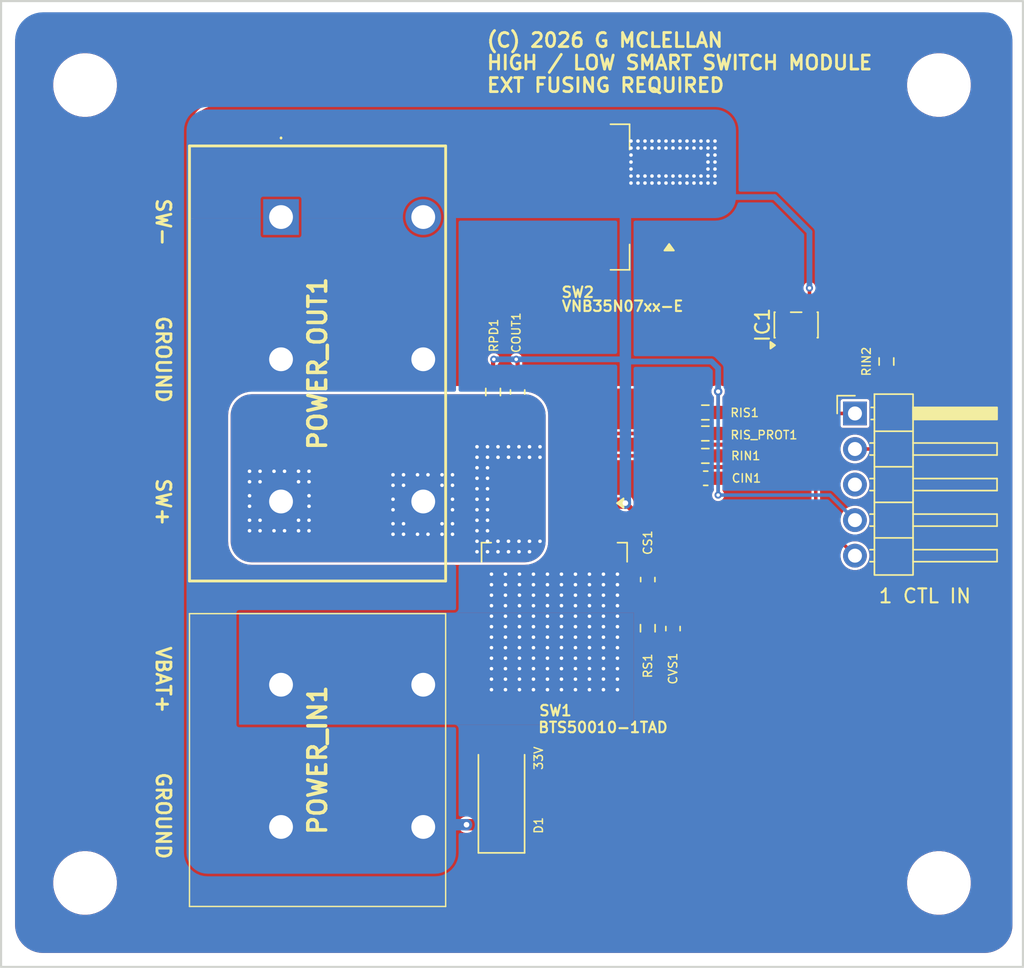
<source format=kicad_pcb>
(kicad_pcb (version 20241229) (generator "pcbnew") (generator_version "9.0")
  (layers (0 "F.Cu" signal) (2 "B.Cu" signal) (13 "F.Paste" user) (15 "B.Paste" user) (5 "F.SilkS" user "F.Silkscreen") (7 "B.SilkS" user "B.Silkscreen") (1 "F.Mask" user) (3 "B.Mask" user) (25 "Edge.Cuts" user))
  (net 0 "")
  (net 1 "GND")
  (net 3 "Net-(CS1-Pad1)")
  (net 4 "+12V")
  (net 5 "/SW1IS")
  (net 6 "/SW1IN")
  (net 7 "/SW1OUT")
  (net 8 "/SW1IS_PD")
  (net 9 "/LOW_IN")
  (net 10 "/LOWSW")
  (net 11 "Net-(SW1-IN)")
  (net 12 "/SW2OUT")
  (net 13 "Net-(IC1-IN)")
  (footprint "Resistor_SMD:R_0603_1608Metric_Pad0.98x0.95mm_HandSolder" (layer "F.Cu") (at 130.3125 98.49 180)
    (property "Reference" "RIN1" (at -2.884132 0 0) (layer "F.SilkS") (effects (font (size 0.6 0.6) (thickness 0.1))))
    (property "Value" "4K7" (hide yes))
    (pad "1" smd roundrect (at -0.9125 0 180) (size 0.975 0.95) (layers "F.Cu" "F.Mask" "F.Paste") (net 6 "/SW1IN"))
    (pad "2" smd roundrect (at 0.9125 0 180) (size 0.975 0.95) (layers "F.Cu" "F.Mask" "F.Paste") (net 11 "Net-(SW1-IN)"))
  )
  (footprint "SamacSys_Parts:VP0265840000G" (layer "F.Cu") (at 100 114.84 -90)
    (property "Reference" "POWER_IN1" (at 5.38 -2.61 270) (layer "F.SilkS") (effects (font (size 1.27 1.27) (thickness 0.254))))
    (property "Value" "PWRIN" (hide yes))
    (pad "1" thru_hole circle (at 0 0 270) (size 2.55 2.55) (drill 1.7) (layers "*.Cu" "*.Mask") (net 4 "+12V"))
    (pad "2" thru_hole circle (at 0 -10.16 270) (size 2.55 2.55) (drill 1.7) (layers "*.Cu" "*.Mask") (net 4 "+12V"))
    (pad "3" thru_hole circle (at 10.16 0 270) (size 2.55 2.55) (drill 1.7) (layers "*.Cu" "*.Mask") (net 1 "GND"))
    (pad "4" thru_hole circle (at 10.16 -10.16 270) (size 2.55 2.55) (drill 1.7) (layers "*.Cu" "*.Mask") (net 1 "GND"))
  )
  (footprint "Package_TO_SOT_SMD:TO-263-7_TabPin4" (layer "F.Cu") (at 119.525 109.515 -90)
    (property "Reference" "SW1" (at 7.175 -0.075 0) (layer "F.SilkS") (effects (font (size 0.75 0.75))))
    (property "Value" "BTS50010-1TAD" (at 8.375 -3.475 180) (layer "F.SilkS") (effects (font (size 0.75 0.75))))
    (pad "1" smd roundrect (at -7.65 -3.81 270) (size 4.6 0.8) (layers "F.Cu" "F.Mask" "F.Paste") (net 1 "GND"))
    (pad "2" smd roundrect (at -7.65 -2.54 270) (size 4.6 0.8) (layers "F.Cu" "F.Mask" "F.Paste") (net 11 "Net-(SW1-IN)"))
    (pad "3" smd roundrect (at -7.65 -1.27 270) (size 4.6 0.8) (layers "F.Cu" "F.Mask" "F.Paste") (net 8 "/SW1IS_PD"))
    (pad "4" smd roundrect (at -7.65 0 270) (size 4.6 0.8) (layers "F.Cu" "F.Mask" "F.Paste") (net 4 "+12V"))
    (pad "4" smd roundrect (at 1.5 0 270) (size 9.4 10.8) (layers "F.Cu" "F.Mask") (roundrect_rratio 0.026596) (net 4 "+12V"))
    (pad "5" smd roundrect (at -7.65 1.27 270) (size 4.6 0.8) (layers "F.Cu" "F.Mask" "F.Paste") (net 7 "/SW1OUT"))
    (pad "6" smd roundrect (at -7.65 2.54 270) (size 4.6 0.8) (layers "F.Cu" "F.Mask" "F.Paste") (net 7 "/SW1OUT"))
    (pad "7" smd roundrect (at -7.65 3.81 270) (size 4.6 0.8) (layers "F.Cu" "F.Mask" "F.Paste") (net 7 "/SW1OUT"))
  )
  (footprint "MountingHole:MountingHole_4.3mm_M4" (layer "F.Cu") (at 147 129)
    (property "Reference" "H4" (hide yes))
    (property "Value" "M4 4.3mm" (hide yes))
    (pad "" np_thru_hole circle (at 0 0) (size 4.3 4.3) (drill 4.3) (layers "*.Cu" "*.Mask"))
  )
  (footprint "Resistor_SMD:R_0603_1608Metric_Pad0.98x0.95mm_HandSolder" (layer "F.Cu") (at 115.15 93.9275 -90)
    (property "Reference" "RPD1" (at -4.0375 -0.05 90) (layer "F.SilkS") (effects (font (size 0.6 0.6) (thickness 0.1) (bold yes))))
    (property "Value" "47K" (hide yes))
    (pad "1" smd roundrect (at -0.9125 0 270) (size 0.975 0.95) (layers "F.Cu" "F.Mask" "F.Paste") (net 1 "GND"))
    (pad "2" smd roundrect (at 0.9125 0 270) (size 0.975 0.95) (layers "F.Cu" "F.Mask" "F.Paste") (net 7 "/SW1OUT"))
  )
  (footprint "Capacitor_SMD:C_0603_1608Metric_Pad1.08x0.95mm_HandSolder" (layer "F.Cu") (at 116.9 93.9275 90)
    (property "Reference" "COUT1" (at 4.2375 -0.1 90) (layer "F.SilkS") (effects (font (size 0.6 0.6) (thickness 0.1) (bold yes))))
    (property "Value" "10n" (hide yes))
    (pad "1" smd roundrect (at -0.8625 0 90) (size 1.075 0.95) (layers "F.Cu" "F.Mask" "F.Paste") (net 7 "/SW1OUT"))
    (pad "2" smd roundrect (at 0.8625 0 90) (size 1.075 0.95) (layers "F.Cu" "F.Mask" "F.Paste") (net 1 "GND"))
  )
  (footprint "Resistor_SMD:R_0603_1608Metric_Pad0.98x0.95mm_HandSolder" (layer "F.Cu") (at 126.2 110.8025 -90)
    (property "Reference" "RS1" (at 2.6875 0 90) (layer "F.SilkS") (effects (font (size 0.6 0.6) (thickness 0.1) (bold yes))))
    (property "Value" "3R9" (hide yes))
    (pad "1" smd roundrect (at -0.9125 0 270) (size 0.975 0.95) (layers "F.Cu" "F.Mask" "F.Paste") (net 3 "Net-(CS1-Pad1)"))
    (pad "2" smd roundrect (at 0.9125 0 270) (size 0.975 0.95) (layers "F.Cu" "F.Mask" "F.Paste") (net 4 "+12V"))
  )
  (footprint "MountingHole:MountingHole_4.3mm_M4" (layer "F.Cu") (at 86 72)
    (property "Reference" "H1" (hide yes))
    (property "Value" "M4 4.3mm" (hide yes))
    (pad "" np_thru_hole circle (at 0 0) (size 4.3 4.3) (drill 4.3) (layers "*.Cu" "*.Mask"))
  )
  (footprint "SamacSys_Parts:VP0365840000G" (layer "F.Cu") (at 100 81.43 -90)
    (property "Reference" "POWER_OUT1" (at 10.46 -2.61 270) (layer "F.SilkS") (effects (font (size 1.27 1.27) (thickness 0.254))))
    (property "Value" "VP0365840000G" (hide yes))
    (pad "1" thru_hole rect (at 0 0 270) (size 2.55 2.55) (drill 1.7) (layers "*.Cu" "*.Mask") (net 12 "/SW2OUT"))
    (pad "2" thru_hole circle (at 0 -10.16 270) (size 2.55 2.55) (drill 1.7) (layers "*.Cu" "*.Mask") (net 12 "/SW2OUT"))
    (pad "3" thru_hole circle (at 10.16 0 270) (size 2.55 2.55) (drill 1.7) (layers "*.Cu" "*.Mask") (net 1 "GND"))
    (pad "4" thru_hole circle (at 10.16 -10.16 270) (size 2.55 2.55) (drill 1.7) (layers "*.Cu" "*.Mask") (net 1 "GND"))
    (pad "5" thru_hole circle (at 20.32 0 270) (size 2.55 2.55) (drill 1.7) (layers "*.Cu" "*.Mask") (net 7 "/SW1OUT"))
    (pad "6" thru_hole circle (at 20.32 -10.16 270) (size 2.55 2.55) (drill 1.7) (layers "*.Cu" "*.Mask") (net 7 "/SW1OUT"))
  )
  (footprint "Resistor_SMD:R_0603_1608Metric_Pad0.98x0.95mm_HandSolder" (layer "F.Cu") (at 143.25 91.75 90)
    (property "Reference" "RIN2" (at 0 -1.43 90) (layer "F.SilkS") (effects (font (size 0.6 0.6) (thickness 0.1))))
    (property "Value" "1K0" (hide yes))
    (pad "1" smd roundrect (at -0.9125 0 90) (size 0.975 0.95) (layers "F.Cu" "F.Mask" "F.Paste") (net 9 "/LOW_IN"))
    (pad "2" smd roundrect (at 0.9125 0 90) (size 0.975 0.95) (layers "F.Cu" "F.Mask" "F.Paste") (net 13 "Net-(IC1-IN)"))
  )
  (footprint "MountingHole:MountingHole_4.3mm_M4" (layer "F.Cu") (at 86 129)
    (property "Reference" "H2" (hide yes))
    (property "Value" "M4 4.3mm" (hide yes))
    (pad "" np_thru_hole circle (at 0 0) (size 4.3 4.3) (drill 4.3) (layers "*.Cu" "*.Mask"))
  )
  (footprint "Capacitor_SMD:C_0603_1608Metric_Pad1.08x0.95mm_HandSolder" (layer "F.Cu") (at 128 110.8275 90)
    (property "Reference" "CVS1" (at -2.8625 0 90) (layer "F.SilkS") (effects (font (size 0.6 0.6) (thickness 0.1) (bold yes))))
    (property "Value" "100n" (hide yes))
    (pad "1" smd roundrect (at -0.8625 0 90) (size 1.075 0.95) (layers "F.Cu" "F.Mask" "F.Paste") (net 4 "+12V"))
    (pad "2" smd roundrect (at 0.8625 0 90) (size 1.075 0.95) (layers "F.Cu" "F.Mask" "F.Paste") (net 1 "GND"))
  )
  (footprint "Diode_SMD:D_SMA_Handsoldering" (layer "F.Cu") (at 115.75 122.34 90)
    (property "Reference" "D1" (at -2.55 2.65 90) (layer "F.SilkS") (effects (font (size 0.6 0.6) (thickness 0.1))))
    (property "Value" "33V" (at 2.25 2.65 90) (layer "F.SilkS") (effects (font (size 0.6 0.6) (thickness 0.1))))
    (pad "1" smd roundrect (at -2.5 0 90) (size 3.5 1.8) (layers "F.Cu" "F.Mask" "F.Paste") (roundrect_rratio 0.1388888889) (net 1 "GND"))
    (pad "2" smd roundrect (at 2.5 0 90) (size 3.5 1.8) (layers "F.Cu" "F.Mask" "F.Paste") (roundrect_rratio 0.1388888889) (net 4 "+12V"))
  )
  (footprint "Package_TO_SOT_SMD:SOT-23-5" (layer "F.Cu") (at 136.8 89.1375 90)
    (property "Reference" "IC1" (at 0 -2.4 90) (layer "F.SilkS"))
    (property "Value" "MCP1416" (hide yes))
    (pad "1" smd roundrect (at -1.1375 -0.95 90) (size 1.325 0.6) (layers "F.Cu" "F.Mask" "F.Paste"))
    (pad "2" smd roundrect (at -1.1375 0 90) (size 1.325 0.6) (layers "F.Cu" "F.Mask" "F.Paste") (net 4 "+12V"))
    (pad "3" smd roundrect (at -1.1375 0.95 90) (size 1.325 0.6) (layers "F.Cu" "F.Mask" "F.Paste") (net 13 "Net-(IC1-IN)"))
    (pad "4" smd roundrect (at 1.1375 0.95 90) (size 1.325 0.6) (layers "F.Cu" "F.Mask" "F.Paste") (net 1 "GND"))
    (pad "5" smd roundrect (at 1.1375 -0.95 90) (size 1.325 0.6) (layers "F.Cu" "F.Mask" "F.Paste") (net 10 "/LOWSW"))
  )
  (footprint "Resistor_SMD:R_0603_1608Metric_Pad0.98x0.95mm_HandSolder" (layer "F.Cu") (at 130.3125 96.89 180)
    (property "Reference" "RIS_PROT1" (at -4.1875 -0.11 0) (layer "F.SilkS") (effects (font (size 0.6 0.6) (thickness 0.1))))
    (property "Value" "4K7" (hide yes))
    (pad "1" smd roundrect (at -0.9125 0 180) (size 0.975 0.95) (layers "F.Cu" "F.Mask" "F.Paste") (net 5 "/SW1IS"))
    (pad "2" smd roundrect (at 0.9125 0 180) (size 0.975 0.95) (layers "F.Cu" "F.Mask" "F.Paste") (net 8 "/SW1IS_PD"))
  )
  (footprint "Capacitor_SMD:C_0603_1608Metric_Pad1.08x0.95mm_HandSolder" (layer "F.Cu") (at 126.2 107.3275 90)
    (property "Reference" "CS1" (at 2.6375 0 90) (layer "F.SilkS") (effects (font (size 0.6 0.6) (thickness 0.1) (bold yes))))
    (property "Value" "4u7" (hide yes))
    (pad "1" smd roundrect (at -0.8625 0 90) (size 1.075 0.95) (layers "F.Cu" "F.Mask" "F.Paste") (net 3 "Net-(CS1-Pad1)"))
    (pad "2" smd roundrect (at 0.8625 0 90) (size 1.075 0.95) (layers "F.Cu" "F.Mask" "F.Paste") (net 1 "GND"))
  )
  (footprint "MountingHole:MountingHole_4.3mm_M4" (layer "F.Cu") (at 147 72)
    (property "Reference" "H3" (hide yes))
    (property "Value" "M4 4.3mm" (hide yes))
    (pad "" np_thru_hole circle (at 0 0) (size 4.3 4.3) (drill 4.3) (layers "*.Cu" "*.Mask"))
  )
  (footprint "Resistor_SMD:R_0603_1608Metric_Pad0.98x0.95mm_HandSolder" (layer "F.Cu") (at 130.3125 95.39 180)
    (property "Reference" "RIS1" (at -2.807794 -0.022177 0) (layer "F.SilkS") (effects (font (size 0.6 0.6) (thickness 0.1))))
    (property "Value" "1K0" (hide yes))
    (pad "1" smd roundrect (at -0.9125 0 180) (size 0.975 0.95) (layers "F.Cu" "F.Mask" "F.Paste") (net 1 "GND"))
    (pad "2" smd roundrect (at 0.9125 0 180) (size 0.975 0.95) (layers "F.Cu" "F.Mask" "F.Paste") (net 8 "/SW1IS_PD"))
  )
  (footprint "Package_TO_SOT_SMD:TO-263-2" (layer "F.Cu") (at 120.075 80 180)
    (property "Reference" "SW2" (at -1.125 -6.8 0) (layer "F.SilkS") (effects (font (size 0.75 0.75))))
    (property "Value" "VNB35N07xx-E" (at -4.325 -7.8 0) (layer "F.SilkS") (effects (font (size 0.75 0.75))))
    (pad "1" smd roundrect (at -7.65 -2.54 180) (size 4.6 1.1) (layers "F.Cu" "F.Mask" "F.Paste") (roundrect_rratio 0.227273) (net 10 "/LOWSW"))
    (pad "2" smd roundrect (at 1.5 0 180) (size 9.4 10.8) (layers "F.Cu" "F.Mask") (roundrect_rratio 0.026596) (net 12 "/SW2OUT"))
    (pad "3" smd roundrect (at -7.65 2.54 180) (size 4.6 1.1) (layers "F.Cu" "F.Mask" "F.Paste") (roundrect_rratio 0.227273) (net 1 "GND"))
  )
  (footprint "Capacitor_SMD:C_0603_1608Metric_Pad1.08x0.95mm_HandSolder" (layer "F.Cu") (at 130.3375 100.09)
    (property "Reference" "CIN1" (at 2.9125 0 0) (layer "F.SilkS") (effects (font (size 0.6 0.6) (thickness 0.1))))
    (property "Value" "150n" (hide yes))
    (pad "1" smd roundrect (at -0.8625 0) (size 1.075 0.95) (layers "F.Cu" "F.Mask" "F.Paste") (net 11 "Net-(SW1-IN)"))
    (pad "2" smd roundrect (at 0.8625 0) (size 1.075 0.95) (layers "F.Cu" "F.Mask" "F.Paste") (net 1 "GND"))
  )
  (footprint "Connector_PinHeader_2.54mm:PinHeader_1x05_P2.54mm_Horizontal" (layer "F.Cu") (at 141 95.46)
    (property "Reference" "J1" (hide yes))
    (property "Value" "1 CTL IN" (at 5 13.04 180) (layer "F.SilkS"))
    (pad "1" thru_hole rect (at 0 0) (size 1.7 1.7) (drill 1) (layers "*.Cu" "*.Mask") (net 5 "/SW1IS"))
    (pad "2" thru_hole circle (at 0 2.54) (size 1.7 1.7) (drill 1) (layers "*.Cu" "*.Mask") (net 9 "/LOW_IN"))
    (pad "3" thru_hole circle (at 0 5.08) (size 1.7 1.7) (drill 1) (layers "*.Cu" "*.Mask"))
    (pad "4" thru_hole circle (at 0 7.62) (size 1.7 1.7) (drill 1) (layers "*.Cu" "*.Mask") (net 1 "GND"))
    (pad "5" thru_hole circle (at 0 10.16) (size 1.7 1.7) (drill 1) (layers "*.Cu" "*.Mask") (net 6 "/SW1IN"))
  )
  (gr_rect (start 80 66) (end 153 135) (stroke (width 0.1524)) (fill no) (layer "Edge.Cuts"))
  (gr_text "GROUND" (at 91 88.4 270) (layer "F.SilkS") (effects (font (size 1 1) (thickness 0.2) (bold yes)) (justify left bottom)))
  (gr_text "SW-" (at 91 80 270) (layer "F.SilkS") (effects (font (size 1 1) (thickness 0.2) (bold yes)) (justify left bottom)))
  (gr_text "SW+\n" (at 91 100 270) (layer "F.SilkS") (effects (font (size 1 1) (thickness 0.2) (bold yes)) (justify left bottom)))
  (gr_text "GROUND" (at 91 121 270) (layer "F.SilkS") (effects (font (size 1 1) (thickness 0.2) (bold yes)) (justify left bottom)))
  (gr_text "VBAT+" (at 91 112 270) (layer "F.SilkS") (effects (font (size 1 1) (thickness 0.2) (bold yes)) (justify left bottom)))
  (gr_text "(C) 2026 G MCLELLAN\nHIGH / LOW SMART SWITCH MODULE\nEXT FUSING REQUIRED" (at 114.6 72.6 0) (layer "F.SilkS") (effects (font (size 1 1) (thickness 0.2) (bold yes)) (justify left bottom)))
  (segment (start 126.2 106.465) (end 127.375 106.465) (width 0.305) (layer "F.Cu") (net 1))
  (segment (start 131.225 100.115) (end 131.2 100.09) (width 0.254) (layer "F.Cu") (net 1))
  (segment (start 128 107.09) (end 128 109.965) (width 0.305) (layer "F.Cu") (net 1))
  (segment (start 131.225 95.39) (end 131.225 93.89) (width 0.254) (layer "F.Cu") (net 1))
  (segment (start 115.15 91.64) (end 115.2 91.59) (width 0.305) (layer "F.Cu") (net 1))
  (segment (start 115.15 93.015) (end 115.15 91.64) (width 0.305) (layer "F.Cu") (net 1))
  (segment (start 115.75 124.84) (end 113.25 124.84) (width 0.8128) (layer "F.Cu") (net 1))
  (segment (start 124.6 101.865) (end 123.335 101.865) (width 0.8128) (layer "F.Cu") (net 1))
  (segment (start 127.375 106.465) (end 128 107.09) (width 0.305) (layer "F.Cu") (net 1))
  (segment (start 116.9 91.69) (end 116.8 91.59) (width 0.305) (layer "F.Cu") (net 1))
  (segment (start 131.225 101.29) (end 131.225 100.115) (width 0.254) (layer "F.Cu") (net 1))
  (segment (start 126.2 106.465) (end 126.2 103.465) (width 0.406) (layer "F.Cu") (net 1))
  (segment (start 116.9 93.065) (end 116.9 91.69) (width 0.305) (layer "F.Cu") (net 1))
  (segment (start 137.75 88) (end 137.75 86.5) (width 0.254) (layer "F.Cu") (net 1))
  (segment (start 126.2 103.465) (end 124.6 101.865) (width 0.406) (layer "F.Cu") (net 1))
  (via (at 125.5 76) (size 0.508) (drill 0.254) (layers "F.Cu" "B.Cu") (net 1))
  (via (at 127 76.5) (size 0.508) (drill 0.254) (layers "F.Cu" "B.Cu") (net 1))
  (via (at 126.5 78.5) (size 0.508) (drill 0.254) (layers "F.Cu" "B.Cu") (net 1))
  (via (at 130.5 76.5) (size 0.508) (drill 0.254) (layers "F.Cu" "B.Cu") (net 1))
  (via (at 130 78.5) (size 0.508) (drill 0.254) (layers "F.Cu" "B.Cu") (net 1))
  (via (at 129.5 76.5) (size 0.508) (drill 0.254) (layers "F.Cu" "B.Cu") (net 1))
  (via (at 128.5 79) (size 0.508) (drill 0.254) (layers "F.Cu" "B.Cu") (net 1))
  (via (at 129 78.5) (size 0.508) (drill 0.254) (layers "F.Cu" "B.Cu") (net 1))
  (via (at 125.5 76.5) (size 0.508) (drill 0.254) (layers "F.Cu" "B.Cu") (net 1))
  (via (at 125 77) (size 0.508) (drill 0.254) (layers "F.Cu" "B.Cu") (net 1))
  (via (at 129 76) (size 0.508) (drill 0.254) (layers "F.Cu" "B.Cu") (net 1))
  (via (at 131 76.5) (size 0.508) (drill 0.254) (layers "F.Cu" "B.Cu") (net 1))
  (via (at 125 77.5) (size 0.508) (drill 0.254) (layers "F.Cu" "B.Cu") (net 1))
  (via (at 126 78.5) (size 0.508) (drill 0.254) (layers "F.Cu" "B.Cu") (net 1))
  (via (at 131.225 93.89) (size 0.6) (drill 0.3) (layers "F.Cu" "B.Cu") (net 1))
  (via (at 130.5 78.5) (size 0.508) (drill 0.254) (layers "F.Cu" "B.Cu") (net 1))
  (via (at 124.6 101.865) (size 0.8) (drill 0.4) (layers "F.Cu" "B.Cu") (net 1))
  (via (at 127.5 78.5) (size 0.508) (drill 0.254) (layers "F.Cu" "B.Cu") (net 1))
  (via (at 125.5 78.5) (size 0.508) (drill 0.254) (layers "F.Cu" "B.Cu") (net 1))
  (via (at 127.5 76.5) (size 0.508) (drill 0.254) (layers "F.Cu" "B.Cu") (net 1))
  (via (at 129 79) (size 0.508) (drill 0.254) (layers "F.Cu" "B.Cu") (net 1))
  (via (at 131.225 101.29) (size 0.508) (drill 0.254) (layers "F.Cu" "B.Cu") (net 1))
  (via (at 127.5 79) (size 0.508) (drill 0.254) (layers "F.Cu" "B.Cu") (net 1))
  (via (at 127 79) (size 0.508) (drill 0.254) (layers "F.Cu" "B.Cu") (net 1))
  (via (at 125 78) (size 0.508) (drill 0.254) (layers "F.Cu" "B.Cu") (net 1))
  (via (at 127 78.5) (size 0.508) (drill 0.254) (layers "F.Cu" "B.Cu") (net 1))
  (via (at 128 76.5) (size 0.508) (drill 0.254) (layers "F.Cu" "B.Cu") (net 1))
  (via (at 125 78.5) (size 0.508) (drill 0.254) (layers "F.Cu" "B.Cu") (net 1))
  (via (at 130 79) (size 0.508) (drill 0.254) (layers "F.Cu" "B.Cu") (net 1))
  (via (at 125 76) (size 0.508) (drill 0.254) (layers "F.Cu" "B.Cu") (net 1))
  (via (at 130.5 79) (size 0.508) (drill 0.254) (layers "F.Cu" "B.Cu") (net 1))
  (via (at 113.25 124.84) (size 0.8) (drill 0.4) (layers "F.Cu" "B.Cu") (net 1))
  (via (at 126 76.5) (size 0.508) (drill 0.254) (layers "F.Cu" "B.Cu") (net 1))
  (via (at 130 76.5) (size 0.508) (drill 0.254) (layers "F.Cu" "B.Cu") (net 1))
  (via (at 125 76.5) (size 0.508) (drill 0.254) (layers "F.Cu" "B.Cu") (net 1))
  (via (at 126 79) (size 0.508) (drill 0.254) (layers "F.Cu" "B.Cu") (net 1))
  (via (at 116.8 91.59) (size 0.508) (drill 0.254) (layers "F.Cu" "B.Cu") (net 1))
  (via (at 125.5 79) (size 0.508) (drill 0.254) (layers "F.Cu" "B.Cu") (net 1))
  (via (at 127 76) (size 0.508) (drill 0.254) (layers "F.Cu" "B.Cu") (net 1))
  (via (at 126.5 76) (size 0.508) (drill 0.254) (layers "F.Cu" "B.Cu") (net 1))
  (via (at 131 77.5) (size 0.508) (drill 0.254) (layers "F.Cu" "B.Cu") (net 1))
  (via (at 130.5 77.5) (size 0.508) (drill 0.254) (layers "F.Cu" "B.Cu") (net 1))
  (via (at 137.75 86.5) (size 0.508) (drill 0.254) (layers "F.Cu" "B.Cu") (net 1))
  (via (at 128 79) (size 0.508) (drill 0.254) (layers "F.Cu" "B.Cu") (net 1))
  (via (at 130.5 76) (size 0.508) (drill 0.254) (layers "F.Cu" "B.Cu") (net 1))
  (via (at 131 77) (size 0.508) (drill 0.254) (layers "F.Cu" "B.Cu") (net 1))
  (via (at 131 79) (size 0.508) (drill 0.254) (layers "F.Cu" "B.Cu") (net 1))
  (via (at 127.5 76) (size 0.508) (drill 0.254) (layers "F.Cu" "B.Cu") (net 1))
  (via (at 131 78) (size 0.508) (drill 0.254) (layers "F.Cu" "B.Cu") (net 1))
  (via (at 125 79) (size 0.508) (drill 0.254) (layers "F.Cu" "B.Cu") (net 1))
  (via (at 128.5 76) (size 0.508) (drill 0.254) (layers "F.Cu" "B.Cu") (net 1))
  (via (at 131 76) (size 0.508) (drill 0.254) (layers "F.Cu" "B.Cu") (net 1))
  (via (at 130.5 77) (size 0.508) (drill 0.254) (layers "F.Cu" "B.Cu") (net 1))
  (via (at 115.2 91.59) (size 0.508) (drill 0.254) (layers "F.Cu" "B.Cu") (net 1))
  (via (at 130 76) (size 0.508) (drill 0.254) (layers "F.Cu" "B.Cu") (net 1))
  (via (at 126.5 76.5) (size 0.508) (drill 0.254) (layers "F.Cu" "B.Cu") (net 1))
  (via (at 130.5 78) (size 0.508) (drill 0.254) (layers "F.Cu" "B.Cu") (net 1))
  (via (at 128.5 76.5) (size 0.508) (drill 0.254) (layers "F.Cu" "B.Cu") (net 1))
  (via (at 129.5 76) (size 0.508) (drill 0.254) (layers "F.Cu" "B.Cu") (net 1))
  (via (at 129 76.5) (size 0.508) (drill 0.254) (layers "F.Cu" "B.Cu") (net 1))
  (via (at 126.5 79) (size 0.508) (drill 0.254) (layers "F.Cu" "B.Cu") (net 1))
  (via (at 126 76) (size 0.508) (drill 0.254) (layers "F.Cu" "B.Cu") (net 1))
  (via (at 129.5 78.5) (size 0.508) (drill 0.254) (layers "F.Cu" "B.Cu") (net 1))
  (via (at 129.5 79) (size 0.508) (drill 0.254) (layers "F.Cu" "B.Cu") (net 1))
  (via (at 131 78.5) (size 0.508) (drill 0.254) (layers "F.Cu" "B.Cu") (net 1))
  (via (at 128.5 78.5) (size 0.508) (drill 0.254) (layers "F.Cu" "B.Cu") (net 1))
  (via (at 128 78.5) (size 0.508) (drill 0.254) (layers "F.Cu" "B.Cu") (net 1))
  (via (at 128 76) (size 0.508) (drill 0.254) (layers "F.Cu" "B.Cu") (net 1))
  (segment (start 137.75 82.5) (end 135.25 80) (width 0.406) (layer "B.Cu") (net 1))
  (segment (start 124.6 93.89) (end 124.6 101.865) (width 0.8128) (layer "B.Cu") (net 1))
  (segment (start 124.6 80.35) (end 124.5 80.25) (width 0.8128) (layer "B.Cu") (net 1))
  (segment (start 131.225 92.225) (end 130.75 91.75) (width 0.406) (layer "B.Cu") (net 1))
  (segment (start 124.6 91.75) (end 124.6 80.35) (width 0.8128) (layer "B.Cu") (net 1))
  (segment (start 124.44 91.59) (end 124.6 91.75) (width 0.61) (layer "B.Cu") (net 1))
  (segment (start 115.2 91.59) (end 124.44 91.59) (width 0.406) (layer "B.Cu") (net 1))
  (segment (start 139.21 101.29) (end 131.225 101.29) (width 0.254) (layer "B.Cu") (net 1))
  (segment (start 137.75 86.5) (end 137.75 82.5) (width 0.406) (layer "B.Cu") (net 1))
  (segment (start 131.225 101.29) (end 131.225 93.89) (width 0.254) (layer "B.Cu") (net 1))
  (segment (start 110.32 124.84) (end 110.16 125) (width 0.61) (layer "B.Cu") (net 1))
  (segment (start 135.25 80) (end 132 80) (width 0.406) (layer "B.Cu") (net 1))
  (segment (start 131.225 93.89) (end 131.225 92.225) (width 0.406) (layer "B.Cu") (net 1))
  (segment (start 141 103.08) (end 139.21 101.29) (width 0.254) (layer "B.Cu") (net 1))
  (segment (start 130.75 91.75) (end 124.6 91.75) (width 0.406) (layer "B.Cu") (net 1))
  (segment (start 113.25 124.84) (end 110.32 124.84) (width 0.8128) (layer "B.Cu") (net 1))
  (segment (start 124.6 93.89) (end 124.6 91.75) (width 0.8128) (layer "B.Cu") (net 1))
  (segment (start 126.2 109.89) (end 126.2 108.19) (width 0.305) (layer "F.Cu") (net 3))
  (segment (start 136.8 94.2) (end 136.75 94.25) (width 0.254) (layer "F.Cu") (net 4))
  (segment (start 136.8 90.275) (end 136.8 94.2) (width 0.254) (layer "F.Cu") (net 4))
  (segment (start 122.35 108.19) (end 119.525 111.015) (width 0.254) (layer "F.Cu") (net 4))
  (via (at 119.032155 114.442587) (size 0.508) (drill 0.254) (layers "F.Cu" "B.Cu") (net 4))
  (via (at 120.032155 108.442587) (size 0.508) (drill 0.254) (layers "F.Cu" "B.Cu") (net 4))
  (via (at 124.032155 106.942587) (size 0.508) (drill 0.254) (layers "F.Cu" "B.Cu") (net 4))
  (via (at 117.032155 113.692587) (size 0.508) (drill 0.254) (layers "F.Cu" "B.Cu") (net 4))
  (via (at 115.032155 113.692587) (size 0.508) (drill 0.254) (layers "F.Cu" "B.Cu") (net 4))
  (via (at 117.032155 111.442587) (size 0.508) (drill 0.254) (layers "F.Cu" "B.Cu") (net 4))
  (via (at 117.032155 112.192587) (size 0.508) (drill 0.254) (layers "F.Cu" "B.Cu") (net 4))
  (via (at 123.032155 111.442587) (size 0.508) (drill 0.254) (layers "F.Cu" "B.Cu") (net 4))
  (via (at 116.032155 107.692587) (size 0.508) (drill 0.254) (layers "F.Cu" "B.Cu") (net 4))
  (via (at 116.032155 111.442587) (size 0.508) (drill 0.254) (layers "F.Cu" "B.Cu") (net 4))
  (via (at 119.032155 109.192587) (size 0.508) (drill 0.254) (layers "F.Cu" "B.Cu") (net 4))
  (via (at 122.032155 110.692587) (size 0.508) (drill 0.254) (layers "F.Cu" "B.Cu") (net 4))
  (via (at 115.032155 106.942587) (size 0.508) (drill 0.254) (layers "F.Cu" "B.Cu") (net 4))
  (via (at 123.032155 108.442587) (size 0.508) (drill 0.254) (layers "F.Cu" "B.Cu") (net 4))
  (via (at 115.032155 112.942587) (size 0.508) (drill 0.254) (layers "F.Cu" "B.Cu") (net 4))
  (via (at 115.032155 111.442587) (size 0.508) (drill 0.254) (layers "F.Cu" "B.Cu") (net 4))
  (via (at 118.032155 115.192587) (size 0.508) (drill 0.254) (layers "F.Cu" "B.Cu") (net 4))
  (via (at 119.032155 108.442587) (size 0.508) (drill 0.254) (layers "F.Cu" "B.Cu") (net 4))
  (via (at 123.032155 114.442587) (size 0.508) (drill 0.254) (layers "F.Cu" "B.Cu") (net 4))
  (via (at 124.032155 109.192587) (size 0.508) (drill 0.254) (layers "F.Cu" "B.Cu") (net 4))
  (via (at 123.032155 109.942587) (size 0.508) (drill 0.254) (layers "F.Cu" "B.Cu") (net 4))
  (via (at 115.032155 107.692587) (size 0.508) (drill 0.254) (layers "F.Cu" "B.Cu") (net 4))
  (via (at 124.032155 110.692587) (size 0.508) (drill 0.254) (layers "F.Cu" "B.Cu") (net 4))
  (via (at 120.032155 106.942587) (size 0.508) (drill 0.254) (layers "F.Cu" "B.Cu") (net 4))
  (via (at 118.032155 110.692587) (size 0.508) (drill 0.254) (layers "F.Cu" "B.Cu") (net 4))
  (via (at 116.032155 114.442587) (size 0.508) (drill 0.254) (layers "F.Cu" "B.Cu") (net 4))
  (via (at 120.032155 111.442587) (size 0.508) (drill 0.254) (layers "F.Cu" "B.Cu") (net 4))
  (via (at 120.032155 112.942587) (size 0.508) (drill 0.254) (layers "F.Cu" "B.Cu") (net 4))
  (via (at 121.032155 110.692587) (size 0.508) (drill 0.254) (layers "F.Cu" "B.Cu") (net 4))
  (via (at 119.032155 109.942587) (size 0.508) (drill 0.254) (layers "F.Cu" "B.Cu") (net 4))
  (via (at 123.032155 115.192587) (size 0.508) (drill 0.254) (layers "F.Cu" "B.Cu") (net 4))
  (via (at 123.032155 107.692587) (size 0.508) (drill 0.254) (layers "F.Cu" "B.Cu") (net 4))
  (via (at 118.032155 112.942587) (size 0.508) (drill 0.254) (layers "F.Cu" "B.Cu") (net 4))
  (via (at 122.032155 113.692587) (size 0.508) (drill 0.254) (layers "F.Cu" "B.Cu") (net 4))
  (via (at 115.032155 114.442587) (size 0.508) (drill 0.254) (layers "F.Cu" "B.Cu") (net 4))
  (via (at 119.032155 113.692587) (size 0.508) (drill 0.254) (layers "F.Cu" "B.Cu") (net 4))
  (via (at 124.032155 113.692587) (size 0.508) (drill 0.254) (layers "F.Cu" "B.Cu") (net 4))
  (via (at 118.032155 109.192587) (size 0.508) (drill 0.254) (layers "F.Cu" "B.Cu") (net 4))
  (via (at 120.032155 112.192587) (size 0.508) (drill 0.254) (layers "F.Cu" "B.Cu") (net 4))
  (via (at 118.032155 108.442587) (size 0.508) (drill 0.254) (layers "F.Cu" "B.Cu") (net 4))
  (via (at 118.032155 112.192587) (size 0.508) (drill 0.254) (layers "F.Cu" "B.Cu") (net 4))
  (via (at 117.032155 108.442587) (size 0.508) (drill 0.254) (layers "F.Cu" "B.Cu") (net 4))
  (via (at 122.032155 115.192587) (size 0.508) (drill 0.254) (layers "F.Cu" "B.Cu") (net 4))
  (via (at 117.032155 114.442587) (size 0.508) (drill 0.254) (layers "F.Cu" "B.Cu") (net 4))
  (via (at 124.032155 114.442587) (size 0.508) (drill 0.254) (layers "F.Cu" "B.Cu") (net 4))
  (via (at 116.032155 109.192587) (size 0.508) (drill 0.254) (layers "F.Cu" "B.Cu") (net 4))
  (via (at 121.032155 106.942587) (size 0.508) (drill 0.254) (layers "F.Cu" "B.Cu") (net 4))
  (via (at 115.032155 109.942587) (size 0.508) (drill 0.254) (layers "F.Cu" "B.Cu") (net 4))
  (via (at 119.032155 110.692587) (size 0.508) (drill 0.254) (layers "F.Cu" "B.Cu") (net 4))
  (via (at 124.032155 109.942587) (size 0.508) (drill 0.254) (layers "F.Cu" "B.Cu") (net 4))
  (via (at 119.032155 115.192587) (size 0.508) (drill 0.254) (layers "F.Cu" "B.Cu") (net 4))
  (via (at 119.032155 112.192587) (size 0.508) (drill 0.254) (layers "F.Cu" "B.Cu") (net 4))
  (via (at 117.032155 107.692587) (size 0.508) (drill 0.254) (layers "F.Cu" "B.Cu") (net 4))
  (via (at 123.032155 106.942587) (size 0.508) (drill 0.254) (layers "F.Cu" "B.Cu") (net 4))
  (via (at 116.032155 112.942587) (size 0.508) (drill 0.254) (layers "F.Cu" "B.Cu") (net 4))
  (via (at 115.032155 112.192587) (size 0.508) (drill 0.254) (layers "F.Cu" "B.Cu") (net 4))
  (via (at 118.032155 111.442587) (size 0.508) (drill 0.254) (layers "F.Cu" "B.Cu") (net 4))
  (via (at 120.032155 109.942587) (size 0.508) (drill 0.254) (layers "F.Cu" "B.Cu") (net 4))
  (via (at 117.032155 109.942587) (size 0.508) (drill 0.254) (layers "F.Cu" "B.Cu") (net 4))
  (via (at 118.032155 107.692587) (size 0.508) (drill 0.254) (layers "F.Cu" "B.Cu") (net 4))
  (via (at 118.032155 109.942587) (size 0.508) (drill 0.254) (layers "F.Cu" "B.Cu") (net 4))
  (via (at 122.032155 109.192587) (size 0.508) (drill 0.254) (layers "F.Cu" "B.Cu") (net 4))
  (via (at 119.032155 106.942587) (size 0.508) (drill 0.254) (layers "F.Cu" "B.Cu") (net 4))
  (via (at 121.032155 107.692587) (size 0.508) (drill 0.254) (layers "F.Cu" "B.Cu") (net 4))
  (via (at 118.032155 114.442587) (size 0.508) (drill 0.254) (layers "F.Cu" "B.Cu") (net 4))
  (via (at 122.032155 108.442587) (size 0.508) (drill 0.254) (layers "F.Cu" "B.Cu") (net 4))
  (via (at 117.032155 112.942587) (size 0.508) (drill 0.254) (layers "F.Cu" "B.Cu") (net 4))
  (via (at 115.032155 108.442587) (size 0.508) (drill 0.254) (layers "F.Cu" "B.Cu") (net 4))
  (via (at 122.032155 112.942587) (size 0.508) (drill 0.254) (layers "F.Cu" "B.Cu") (net 4))
  (via (at 124.032155 111.442587) (size 0.508) (drill 0.254) (layers "F.Cu" "B.Cu") (net 4))
  (via (at 116.032155 106.942587) (size 0.508) (drill 0.254) (layers "F.Cu" "B.Cu") (net 4))
  (via (at 117.032155 109.192587) (size 0.508) (drill 0.254) (layers "F.Cu" "B.Cu") (net 4))
  (via (at 116.032155 112.192587) (size 0.508) (drill 0.254) (layers "F.Cu" "B.Cu") (net 4))
  (via (at 124.032155 112.192587) (size 0.508) (drill 0.254) (layers "F.Cu" "B.Cu") (net 4))
  (via (at 122.032155 109.942587) (size 0.508) (drill 0.254) (layers "F.Cu" "B.Cu") (net 4))
  (via (at 116.032155 109.942587) (size 0.508) (drill 0.254) (layers "F.Cu" "B.Cu") (net 4))
  (via (at 122.032155 111.442587) (size 0.508) (drill 0.254) (layers "F.Cu" "B.Cu") (net 4))
  (via (at 121.032155 112.192587) (size 0.508) (drill 0.254) (layers "F.Cu" "B.Cu") (net 4))
  (via (at 122.032155 107.692587) (size 0.508) (drill 0.254) (layers "F.Cu" "B.Cu") (net 4))
  (via (at 117.032155 110.692587) (size 0.508) (drill 0.254) (layers "F.Cu" "B.Cu") (net 4))
  (via (at 124.032155 107.692587) (size 0.508) (drill 0.254) (layers "F.Cu" "B.Cu") (net 4))
  (via (at 116.032155 110.692587) (size 0.508) (drill 0.254) (layers "F.Cu" "B.Cu") (net 4))
  (via (at 119.032155 111.442587) (size 0.508) (drill 0.254) (layers "F.Cu" "B.Cu") (net 4))
  (via (at 123.032155 110.692587) (size 0.508) (drill 0.254) (layers "F.Cu" "B.Cu") (net 4))
  (via (at 118.032155 113.692587) (size 0.508) (drill 0.254) (layers "F.Cu" "B.Cu") (net 4))
  (via (at 120.032155 107.692587) (size 0.508) (drill 0.254) (layers "F.Cu" "B.Cu") (net 4))
  (via (at 121.032155 112.942587) (size 0.508) (drill 0.254) (layers "F.Cu" "B.Cu") (net 4))
  (via (at 124.032155 112.942587) (size 0.508) (drill 0.254) (layers "F.Cu" "B.Cu") (net 4))
  (via (at 121.032155 108.442587) (size 0.508) (drill 0.254) (layers "F.Cu" "B.Cu") (net 4))
  (via (at 120.032155 113.692587) (size 0.508) (drill 0.254) (layers "F.Cu" "B.Cu") (net 4))
  (via (at 121.032155 109.192587) (size 0.508) (drill 0.254) (layers "F.Cu" "B.Cu") (net 4))
  (via (at 120.032155 114.442587) (size 0.508) (drill 0.254) (layers "F.Cu" "B.Cu") (net 4))
  (via (at 116.032155 115.192587) (size 0.508) (drill 0.254) (layers "F.Cu" "B.Cu") (net 4))
  (via (at 121.032155 115.192587) (size 0.508) (drill 0.254) (layers "F.Cu" "B.Cu") (net 4))
  (via (at 121.032155 114.442587) (size 0.508) (drill 0.254) (layers "F.Cu" "B.Cu") (net 4))
  (via (at 121.032155 113.692587) (size 0.508) (drill 0.254) (layers "F.Cu" "B.Cu") (net 4))
  (via (at 116.032155 108.442587) (size 0.508) (drill 0.254) (layers "F.Cu" "B.Cu") (net 4))
  (via (at 116.032155 113.692587) (size 0.508) (drill 0.254) (layers "F.Cu" "B.Cu") (net 4))
  (via (at 123.032155 109.192587) (size 0.508) (drill 0.254) (layers "F.Cu" "B.Cu") (net 4))
  (via (at 120.032155 109.192587) (size 0.508) (drill 0.254) (layers "F.Cu" "B.Cu") (net 4))
  (via (at 122.032155 106.942587) (size 0.508) (drill 0.254) (layers "F.Cu" "B.Cu") (net 4))
  (via (at 121.032155 111.442587) (size 0.508) (drill 0.254) (layers "F.Cu" "B.Cu") (net 4))
  (via (at 115.032155 115.192587) (size 0.508) (drill 0.254) (layers "F.Cu" "B.Cu") (net 4))
  (via (at 118.032155 106.942587) (size 0.508) (drill 0.254) (layers "F.Cu" "B.Cu") (net 4))
  (via (at 119.032155 107.692587) (size 0.508) (drill 0.254) (layers "F.Cu" "B.Cu") (net 4))
  (via (at 121.032155 109.942587) (size 0.508) (drill 0.254) (layers "F.Cu" "B.Cu") (net 4))
  (via (at 120.032155 115.192587) (size 0.508) (drill 0.254) (layers "F.Cu" "B.Cu") (net 4))
  (via (at 124.032155 108.442587) (size 0.508) (drill 0.254) (layers "F.Cu" "B.Cu") (net 4))
  (via (at 119.032155 112.942587) (size 0.508) (drill 0.254) (layers "F.Cu" "B.Cu") (net 4))
  (via (at 123.032155 112.192587) (size 0.508) (drill 0.254) (layers "F.Cu" "B.Cu") (net 4))
  (via (at 115.032155 109.192587) (size 0.508) (drill 0.254) (layers "F.Cu" "B.Cu") (net 4))
  (via (at 117.032155 106.942587) (size 0.508) (drill 0.254) (layers "F.Cu" "B.Cu") (net 4))
  (via (at 122.032155 114.442587) (size 0.508) (drill 0.254) (layers "F.Cu" "B.Cu") (net 4))
  (via (at 120.032155 110.692587) (size 0.508) (drill 0.254) (layers "F.Cu" "B.Cu") (net 4))
  (via (at 123.032155 112.942587) (size 0.508) (drill 0.254) (layers "F.Cu" "B.Cu") (net 4))
  (via (at 124.032155 115.192587) (size 0.508) (drill 0.254) (layers "F.Cu" "B.Cu") (net 4))
  (via (at 117.032155 115.192587) (size 0.508) (drill 0.254) (layers "F.Cu" "B.Cu") (net 4))
  (via (at 115.032155 110.692587) (size 0.508) (drill 0.254) (layers "F.Cu" "B.Cu") (net 4))
  (via (at 122.032155 112.192587) (size 0.508) (drill 0.254) (layers "F.Cu" "B.Cu") (net 4))
  (via (at 123.032155 113.692587) (size 0.508) (drill 0.254) (layers "F.Cu" "B.Cu") (net 4))
  (segment (start 139.54 95.46) (end 141 95.46) (width 0.254) (layer "F.Cu") (net 5))
  (segment (start 131.225 96.89) (end 138.11 96.89) (width 0.254) (layer "F.Cu") (net 5))
  (segment (start 138.11 96.89) (end 139.54 95.46) (width 0.254) (layer "F.Cu") (net 5))
  (segment (start 136.49 98.49) (end 131.225 98.49) (width 0.254) (layer "F.Cu") (net 6))
  (segment (start 138.2 102.82) (end 138.2 100.2) (width 0.254) (layer "F.Cu") (net 6))
  (segment (start 141 105.62) (end 138.2 102.82) (width 0.254) (layer "F.Cu") (net 6))
  (segment (start 138.2 100.2) (end 136.49 98.49) (width 0.254) (layer "F.Cu") (net 6))
  (via (at 102 101.34) (size 0.508) (drill 0.254) (layers "F.Cu" "B.Cu") (net 7))
  (via (at 116.25 98.59) (size 0.508) (drill 0.254) (layers "F.Cu" "B.Cu") (net 7))
  (via (at 108.75 104.09) (size 0.508) (drill 0.254) (layers "F.Cu" "B.Cu") (net 7))
  (via (at 108 103.34) (size 0.508) (drill 0.254) (layers "F.Cu" "B.Cu") (net 7))
  (via (at 114 105.34) (size 0.508) (drill 0.254) (layers "F.Cu" "B.Cu") (net 7))
  (via (at 111.5 100.59) (size 0.508) (drill 0.254) (layers "F.Cu" "B.Cu") (net 7))
  (via (at 108 101.59) (size 0.508) (drill 0.254) (layers "F.Cu" "B.Cu") (net 7))
  (via (at 114 104.59) (size 0.508) (drill 0.254) (layers "F.Cu" "B.Cu") (net 7))
  (via (at 116.25 97.84) (size 0.508) (drill 0.254) (layers "F.Cu" "B.Cu") (net 7))
  (via (at 114.75 105.34) (size 0.508) (drill 0.254) (layers "F.Cu" "B.Cu") (net 7))
  (via (at 117.75 104.59) (size 0.508) (drill 0.254) (layers "F.Cu" "B.Cu") (net 7))
  (via (at 97.75 102.09) (size 0.508) (drill 0.254) (layers "F.Cu" "B.Cu") (net 7))
  (via (at 109.75 104.09) (size 0.508) (drill 0.254) (layers "F.Cu" "B.Cu") (net 7))
  (via (at 117 97.84) (size 0.508) (drill 0.254) (layers "F.Cu" "B.Cu") (net 7))
  (via (at 102 102.09) (size 0.508) (drill 0.254) (layers "F.Cu" "B.Cu") (net 7))
  (via (at 114.75 100.09) (size 0.508) (drill 0.254) (layers "F.Cu" "B.Cu") (net 7))
  (via (at 117 98.59) (size 0.508) (drill 0.254) (layers "F.Cu" "B.Cu") (net 7))
  (via (at 99.5 103.84) (size 0.508) (drill 0.254) (layers "F.Cu" "B.Cu") (net 7))
  (via (at 109.75 99.84) (size 0.508) (drill 0.254) (layers "F.Cu" "B.Cu") (net 7))
  (via (at 115.5 104.59) (size 0.508) (drill 0.254) (layers "F.Cu" "B.Cu") (net 7))
  (via (at 116.25 104.59) (size 0.508) (drill 0.254) (layers "F.Cu" "B.Cu") (net 7))
  (via (at 110.5 104.09) (size 0.508) (drill 0.254) (layers "F.Cu" "B.Cu") (net 7))
  (via (at 97.75 103.09) (size 0.508) (drill 0.254) (layers "F.Cu" "B.Cu") (net 7))
  (via (at 114 100.09) (size 0.508) (drill 0.254) (layers "F.Cu" "B.Cu") (net 7))
  (via (at 97.75 101.34) (size 0.508) (drill 0.254) (layers "F.Cu" "B.Cu") (net 7))
  (via (at 114 99.34) (size 0.508) (drill 0.254) (layers "F.Cu" "B.Cu") (net 7))
  (via (at 102 103.84) (size 0.508) (drill 0.254) (layers "F.Cu" "B.Cu") (net 7))
  (via (at 101.25 99.59) (size 0.508) (drill 0.254) (layers "F.Cu" "B.Cu") (net 7))
  (via (at 97.75 103.84) (size 0.508) (drill 0.254) (layers "F.Cu" "B.Cu") (net 7))
  (via (at 101.25 103.09) (size 0.508) (drill 0.254) (layers "F.Cu" "B.Cu") (net 7))
  (via (at 100.25 99.59) (size 0.508) (drill 0.254) (layers "F.Cu" "B.Cu") (net 7))
  (via (at 100.25 103.84) (size 0.508) (drill 0.254) (layers "F.Cu" "B.Cu") (net 7))
  (via (at 114 102.34) (size 0.508) (drill 0.254) (layers "F.Cu" "B.Cu") (net 7))
  (via (at 118.5 98.59) (size 0.508) (drill 0.254) (layers "F.Cu" "B.Cu") (net 7))
  (via (at 108.75 103.34) (size 0.508) (drill 0.254) (layers "F.Cu" "B.Cu") (net 7))
  (via (at 114.75 99.34) (size 0.508) (drill 0.254) (layers "F.Cu" "B.Cu") (net 7))
  (via (at 108 102.34) (size 0.508) (drill 0.254) (layers "F.Cu" "B.Cu") (net 7))
  (via (at 97.75 99.59) (size 0.508) (drill 0.254) (layers "F.Cu" "B.Cu") (net 7))
  (via (at 108.75 100.59) (size 0.508) (drill 0.254) (layers "F.Cu" "B.Cu") (net 7))
  (via (at 99.5 99.59) (size 0.508) (drill 0.254) (layers "F.Cu" "B.Cu") (net 7))
  (via (at 114.75 104.59) (size 0.508) (drill 0.254) (layers "F.Cu" "B.Cu") (net 7))
  (via (at 98.5 99.59) (size 0.508) (drill 0.254) (layers "F.Cu" "B.Cu") (net 7))
  (via (at 111.5 99.84) (size 0.508) (drill 0.254) (layers "F.Cu" "B.Cu") (net 7))
  (via (at 114 98.59) (size 0.508) (drill 0.254) (layers "F.Cu" "B.Cu") (net 7))
  (via (at 116.25 105.34) (size 0.508) (drill 0.254) (layers "F.Cu" "B.Cu") (net 7))
  (via (at 108 100.59) (size 0.508) (drill 0.254) (layers "F.Cu" "B.Cu") (net 7))
  (via (at 114.75 100.84) (size 0.508) (drill 0.254) (layers "F.Cu" "B.Cu") (net 7))
  (via (at 102 100.34) (size 0.508) (drill 0.254) (layers "F.Cu" "B.Cu") (net 7))
  (via (at 101.25 103.84) (size 0.508) (drill 0.254) (layers "F.Cu" "B.Cu") (net 7))
  (via (at 111.5 103.34) (size 0.508) (drill 0.254) (layers "F.Cu" "B.Cu") (net 7))
  (via (at 112.25 101.59) (size 0.508) (drill 0.254) (layers "F.Cu" "B.Cu") (net 7))
  (via (at 110.5 99.84) (size 0.508) (drill 0.254) (layers "F.Cu" "B.Cu") (net 7))
  (via (at 102 103.09) (size 0.508) (drill 0.254) (layers "F.Cu" "B.Cu") (net 7))
  (via (at 115.5 98.59) (size 0.508) (drill 0.254) (layers "F.Cu" "B.Cu") (net 7))
  (via (at 117.75 98.59) (size 0.508) (drill 0.254) (layers "F.Cu" "B.Cu") (net 7))
  (via (at 117.75 97.84) (size 0.508) (drill 0.254) (layers "F.Cu" "B.Cu") (net 7))
  (via (at 112.25 100.59) (size 0.508) (drill 0.254) (layers "F.Cu" "B.Cu") (net 7))
  (via (at 108 104.09) (size 0.508) (drill 0.254) (layers "F.Cu" "B.Cu") (net 7))
  (via (at 114.75 103.84) (size 0.508) (drill 0.254) (layers "F.Cu" "B.Cu") (net 7))
  (via (at 114 103.09) (size 0.508) (drill 0.254) (layers "F.Cu" "B.Cu") (net 7))
  (via (at 118.5 97.84) (size 0.508) (drill 0.254) (layers "F.Cu" "B.Cu") (net 7))
  (via (at 117 105.34) (size 0.508) (drill 0.254) (layers "F.Cu" "B.Cu") (net 7))
  (via (at 98.5 103.84) (size 0.508) (drill 0.254) (layers "F.Cu" "B.Cu") (net 7))
  (via (at 111.5 104.09) (size 0.508) (drill 0.254) (layers "F.Cu" "B.Cu") (net 7))
  (via (at 97.75 100.34) (size 0.508) (drill 0.254) (layers "F.Cu" "B.Cu") (net 7))
  (via (at 114 100.84) (size 0.508) (drill 0.254) (layers "F.Cu" "B.Cu") (net 7))
  (via (at 118.5 104.59) (size 0.508) (drill 0.254) (layers "F.Cu" "B.Cu") (net 7))
  (via (at 112.25 102.34) (size 0.508) (drill 0.254) (layers "F.Cu" "B.Cu") (net 7))
  (via (at 114 97.84) (size 0.508) (drill 0.254) (layers "F.Cu" "B.Cu") (net 7))
  (via (at 114.75 98.59) (size 0.508) (drill 0.254) (layers "F.Cu" "B.Cu") (net 7))
  (via (at 117.75 105.34) (size 0.508) (drill 0.254) (layers "F.Cu" "B.Cu") (net 7))
  (via (at 114.75 97.84) (size 0.508) (drill 0.254) (layers "F.Cu" "B.Cu") (net 7))
  (via (at 112.25 104.09) (size 0.508) (drill 0.254) (layers "F.Cu" "B.Cu") (net 7))
  (via (at 117 104.59) (size 0.508) (drill 0.254) (layers "F.Cu" "B.Cu") (net 7))
  (via (at 108.75 99.84) (size 0.508) (drill 0.254) (layers "F.Cu" "B.Cu") (net 7))
  (via (at 98.5 100.34) (size 0.508) (drill 0.254) (layers "F.Cu" "B.Cu") (net 7))
  (via (at 114.75 102.34) (size 0.508) (drill 0.254) (layers "F.Cu" "B.Cu") (net 7))
  (via (at 114 101.59) (size 0.508) (drill 0.254) (layers "F.Cu" "B.Cu") (net 7))
  (via (at 108 99.84) (size 0.508) (drill 0.254) (layers "F.Cu" "B.Cu") (net 7))
  (via (at 112.25 99.84) (size 0.508) (drill 0.254) (layers "F.Cu" "B.Cu") (net 7))
  (via (at 114.75 103.09) (size 0.508) (drill 0.254) (layers "F.Cu" "B.Cu") (net 7))
  (via (at 115.5 105.34) (size 0.508) (drill 0.254) (layers "F.Cu" "B.Cu") (net 7))
  (via (at 102 99.59) (size 0.508) (drill 0.254) (layers "F.Cu" "B.Cu") (net 7))
  (via (at 112.25 103.34) (size 0.508) (drill 0.254) (layers "F.Cu" "B.Cu") (net 7))
  (via (at 98.5 103.09) (size 0.508) (drill 0.254) (layers "F.Cu" "B.Cu") (net 7))
  (via (at 115.5 97.84) (size 0.508) (drill 0.254) (layers "F.Cu" "B.Cu") (net 7))
  (via (at 101.25 100.34) (size 0.508) (drill 0.254) (layers "F.Cu" "B.Cu") (net 7))
  (via (at 114 103.84) (size 0.508) (drill 0.254) (layers "F.Cu" "B.Cu") (net 7))
  (via (at 114.75 101.59) (size 0.508) (drill 0.254) (layers "F.Cu" "B.Cu") (net 7))
  (segment (start 129.4 96.89) (end 129.4 95.39) (width 0.254) (layer "F.Cu") (net 8))
  (segment (start 120.795 98.695) (end 122.6 96.89) (width 0.254) (layer "F.Cu") (net 8))
  (segment (start 122.6 96.89) (end 129.4 96.89) (width 0.254) (layer "F.Cu") (net 8))
  (segment (start 120.795 101.865) (end 120.795 98.695) (width 0.254) (layer "F.Cu") (net 8))
  (segment (start 143.25 97) (end 143.25 92.6625) (width 0.254) (layer "F.Cu") (net 9))
  (segment (start 142.25 98) (end 143.25 97) (width 0.254) (layer "F.Cu") (net 9))
  (segment (start 141 98) (end 142.25 98) (width 0.254) (layer "F.Cu") (net 9))
  (segment (start 135.85 85.6) (end 132.79 82.54) (width 0.406) (layer "F.Cu") (net 10))
  (segment (start 135.85 88) (end 135.85 85.6) (width 0.406) (layer "F.Cu") (net 10))
  (segment (start 132.79 82.54) (end 127.725 82.54) (width 0.406) (layer "F.Cu") (net 10))
  (segment (start 122.065 101.865) (end 122.065 99.565) (width 0.254) (layer "F.Cu") (net 11))
  (segment (start 129.4 100.015) (end 129.475 100.09) (width 0.254) (layer "F.Cu") (net 11))
  (segment (start 123.14 98.49) (end 129.4 98.49) (width 0.254) (layer "F.Cu") (net 11))
  (segment (start 129.4 98.49) (end 129.4 100.015) (width 0.254) (layer "F.Cu") (net 11))
  (segment (start 122.065 99.565) (end 123.14 98.49) (width 0.254) (layer "F.Cu") (net 11))
  (segment (start 139.0375 90.8375) (end 138.6 90.4) (width 0.254) (layer "F.Cu") (net 13))
  (segment (start 138.6 90.4) (end 137.875 90.4) (width 0.254) (layer "F.Cu") (net 13))
  (segment (start 143.25 90.8375) (end 139.0375 90.8375) (width 0.254) (layer "F.Cu") (net 13))
  (segment (start 137.875 90.4) (end 137.75 90.275) (width 0.254) (layer "F.Cu") (net 13))
  (zone (net 12) (net_name "/SW2OUT") (layer "F.Cu") (name "LOWSIDE") (priority 6) (connect_pads yes (clearance 0.18)) (min_thickness 0.254) (fill yes (thermal_gap 0.5) (thermal_bridge_width 0.5) (smoothing fillet) (radius 1.5))
    (polygon (pts (xy 151.5 73.5) (xy 151.5 93.5) (xy 93.75 93.5) (xy 93.75 73.5)))
  )
  (zone (net 1) (net_name "GND") (layer "F.Cu") (name "GND") (priority 6) (connect_pads yes (clearance 0.18)) (min_thickness 0.254) (fill yes (thermal_gap 0.5) (thermal_bridge_width 0.5))
    (polygon (pts (xy 124.75 75.75) (xy 131.25 75.75) (xy 131.25 79.25) (xy 124.75 79.25)))
  )
  (zone (net 4) (net_name "+12V") (layer "F.Cu") (name "PWRIN") (priority 3) (connect_pads yes (clearance 0.18)) (min_thickness 0.254) (fill yes (thermal_gap 0.5) (thermal_bridge_width 0.5) (smoothing fillet) (radius 2))
    (polygon (pts (xy 152.25 67) (xy 152.25 134) (xy 81 134) (xy 81 67)))
  )
  (zone (net 7) (net_name "/SW1OUT") (layers "F.Cu" "B.Cu") (name "SW1OUT") (priority 5) (connect_pads yes (clearance 0.18)) (min_thickness 0.254) (fill yes (thermal_gap 0.5) (thermal_bridge_width 0.5) (smoothing fillet) (radius 1.5))
    (polygon (pts (xy 96.402857 94.09) (xy 118.902857 94.09) (xy 118.902857 106.09) (xy 96.402857 106.09)))
  )
  (zone (net 4) (net_name "+12V") (layer "B.Cu") (name "PWRIN") (connect_pads thru_hole_only (clearance 0.18)) (min_thickness 0.254) (fill yes (thermal_gap 0.5) (thermal_bridge_width 0.5) (smoothing fillet) (radius 2))
    (polygon (pts (xy 152.25 66.8) (xy 81 66.8) (xy 81 134) (xy 152.25 134)))
  )
  (zone (net 1) (net_name "GND") (layer "B.Cu") (name "GND") (priority 2) (connect_pads yes (clearance 0.18)) (min_thickness 0.254) (fill yes (thermal_gap 0.5) (thermal_bridge_width 0.5) (smoothing fillet) (radius 1.5))
    (polygon (pts (xy 93.25 73.75) (xy 132.5 73.75) (xy 132.5 81.5) (xy 93.25 81.5)))
  )
  (zone (net 4) (net_name "+12V") (layer "B.Cu") (name "PWRIN") (priority 3) (connect_pads yes (clearance 0.18)) (min_thickness 0.254) (fill yes (thermal_gap 0.5) (thermal_bridge_width 0.5) (smoothing fillet) (radius 2))
    (polygon (pts (xy 97 109.69) (xy 125.2 109.69) (xy 125.2 117.69) (xy 97 117.69)))
  )
  (zone (net 1) (net_name "GND") (layer "B.Cu") (name "GND") (priority 1) (connect_pads yes (clearance 0.18)) (min_thickness 0.254) (fill yes (thermal_gap 0.5) (thermal_bridge_width 0.5) (smoothing fillet) (radius 1.5))
    (polygon (pts (xy 93.25 73.84) (xy 112.5 73.84) (xy 112.5 128.34) (xy 93.25 128.34)))
  )
)
</source>
